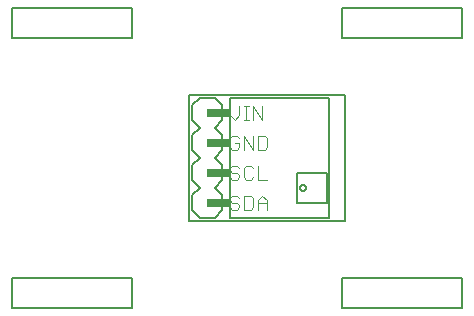
<source format=gto>
G75*
%MOIN*%
%OFA0B0*%
%FSLAX25Y25*%
%IPPOS*%
%LPD*%
%AMOC8*
5,1,8,0,0,1.08239X$1,22.5*
%
%ADD10C,0.00500*%
%ADD11C,0.00400*%
%ADD12R,0.07500X0.02500*%
D10*
X0021800Y0008167D02*
X0061800Y0008167D01*
X0061800Y0018167D01*
X0021800Y0018167D01*
X0021800Y0008167D01*
X0080800Y0037167D02*
X0080800Y0079167D01*
X0132800Y0079167D01*
X0132800Y0037167D01*
X0080800Y0037167D01*
X0081800Y0040667D02*
X0084300Y0038167D01*
X0089300Y0038167D01*
X0091800Y0040667D01*
X0091800Y0045667D01*
X0089300Y0048167D01*
X0091800Y0050667D01*
X0091800Y0055667D01*
X0089300Y0058167D01*
X0091800Y0060667D01*
X0091800Y0065667D01*
X0089300Y0068167D01*
X0091800Y0070667D01*
X0091800Y0075667D01*
X0089300Y0078167D01*
X0084300Y0078167D01*
X0081800Y0075667D01*
X0081800Y0070667D01*
X0084300Y0068167D01*
X0081800Y0065667D01*
X0081800Y0060667D01*
X0084300Y0058167D01*
X0081800Y0055667D01*
X0081800Y0050667D01*
X0084300Y0048167D01*
X0081800Y0045667D01*
X0081800Y0040667D01*
X0094300Y0038167D02*
X0094300Y0078167D01*
X0127300Y0078167D01*
X0127300Y0038167D01*
X0094300Y0038167D01*
X0116800Y0043167D02*
X0116800Y0053167D01*
X0126800Y0053167D01*
X0126800Y0043167D01*
X0116800Y0043167D01*
X0117800Y0048167D02*
X0117802Y0048230D01*
X0117808Y0048292D01*
X0117818Y0048354D01*
X0117831Y0048416D01*
X0117849Y0048476D01*
X0117870Y0048535D01*
X0117895Y0048593D01*
X0117924Y0048649D01*
X0117956Y0048703D01*
X0117991Y0048755D01*
X0118029Y0048804D01*
X0118071Y0048852D01*
X0118115Y0048896D01*
X0118163Y0048938D01*
X0118212Y0048976D01*
X0118264Y0049011D01*
X0118318Y0049043D01*
X0118374Y0049072D01*
X0118432Y0049097D01*
X0118491Y0049118D01*
X0118551Y0049136D01*
X0118613Y0049149D01*
X0118675Y0049159D01*
X0118737Y0049165D01*
X0118800Y0049167D01*
X0118863Y0049165D01*
X0118925Y0049159D01*
X0118987Y0049149D01*
X0119049Y0049136D01*
X0119109Y0049118D01*
X0119168Y0049097D01*
X0119226Y0049072D01*
X0119282Y0049043D01*
X0119336Y0049011D01*
X0119388Y0048976D01*
X0119437Y0048938D01*
X0119485Y0048896D01*
X0119529Y0048852D01*
X0119571Y0048804D01*
X0119609Y0048755D01*
X0119644Y0048703D01*
X0119676Y0048649D01*
X0119705Y0048593D01*
X0119730Y0048535D01*
X0119751Y0048476D01*
X0119769Y0048416D01*
X0119782Y0048354D01*
X0119792Y0048292D01*
X0119798Y0048230D01*
X0119800Y0048167D01*
X0119798Y0048104D01*
X0119792Y0048042D01*
X0119782Y0047980D01*
X0119769Y0047918D01*
X0119751Y0047858D01*
X0119730Y0047799D01*
X0119705Y0047741D01*
X0119676Y0047685D01*
X0119644Y0047631D01*
X0119609Y0047579D01*
X0119571Y0047530D01*
X0119529Y0047482D01*
X0119485Y0047438D01*
X0119437Y0047396D01*
X0119388Y0047358D01*
X0119336Y0047323D01*
X0119282Y0047291D01*
X0119226Y0047262D01*
X0119168Y0047237D01*
X0119109Y0047216D01*
X0119049Y0047198D01*
X0118987Y0047185D01*
X0118925Y0047175D01*
X0118863Y0047169D01*
X0118800Y0047167D01*
X0118737Y0047169D01*
X0118675Y0047175D01*
X0118613Y0047185D01*
X0118551Y0047198D01*
X0118491Y0047216D01*
X0118432Y0047237D01*
X0118374Y0047262D01*
X0118318Y0047291D01*
X0118264Y0047323D01*
X0118212Y0047358D01*
X0118163Y0047396D01*
X0118115Y0047438D01*
X0118071Y0047482D01*
X0118029Y0047530D01*
X0117991Y0047579D01*
X0117956Y0047631D01*
X0117924Y0047685D01*
X0117895Y0047741D01*
X0117870Y0047799D01*
X0117849Y0047858D01*
X0117831Y0047918D01*
X0117818Y0047980D01*
X0117808Y0048042D01*
X0117802Y0048104D01*
X0117800Y0048167D01*
X0131800Y0018167D02*
X0171800Y0018167D01*
X0171800Y0008167D01*
X0131800Y0008167D01*
X0131800Y0018167D01*
X0131800Y0098167D02*
X0171800Y0098167D01*
X0171800Y0108167D01*
X0131800Y0108167D01*
X0131800Y0098167D01*
X0061800Y0098167D02*
X0021800Y0098167D01*
X0021800Y0108167D01*
X0061800Y0108167D01*
X0061800Y0098167D01*
D11*
X0094500Y0075471D02*
X0094500Y0072401D01*
X0096035Y0070867D01*
X0097569Y0072401D01*
X0097569Y0075471D01*
X0099104Y0075471D02*
X0100639Y0075471D01*
X0099871Y0075471D02*
X0099871Y0070867D01*
X0099104Y0070867D02*
X0100639Y0070867D01*
X0102173Y0070867D02*
X0102173Y0075471D01*
X0105242Y0070867D01*
X0105242Y0075471D01*
X0106010Y0065471D02*
X0103708Y0065471D01*
X0103708Y0060867D01*
X0106010Y0060867D01*
X0106777Y0061634D01*
X0106777Y0064703D01*
X0106010Y0065471D01*
X0102173Y0065471D02*
X0102173Y0060867D01*
X0099104Y0065471D01*
X0099104Y0060867D01*
X0097569Y0061634D02*
X0097569Y0063169D01*
X0096035Y0063169D01*
X0097569Y0064703D02*
X0096802Y0065471D01*
X0095267Y0065471D01*
X0094500Y0064703D01*
X0094500Y0061634D01*
X0095267Y0060867D01*
X0096802Y0060867D01*
X0097569Y0061634D01*
X0096802Y0055471D02*
X0095267Y0055471D01*
X0094500Y0054703D01*
X0094500Y0053936D01*
X0095267Y0053169D01*
X0096802Y0053169D01*
X0097569Y0052401D01*
X0097569Y0051634D01*
X0096802Y0050867D01*
X0095267Y0050867D01*
X0094500Y0051634D01*
X0097569Y0054703D02*
X0096802Y0055471D01*
X0099104Y0054703D02*
X0099104Y0051634D01*
X0099871Y0050867D01*
X0101406Y0050867D01*
X0102173Y0051634D01*
X0103708Y0050867D02*
X0106777Y0050867D01*
X0103708Y0050867D02*
X0103708Y0055471D01*
X0102173Y0054703D02*
X0101406Y0055471D01*
X0099871Y0055471D01*
X0099104Y0054703D01*
X0099104Y0045471D02*
X0101406Y0045471D01*
X0102173Y0044703D01*
X0102173Y0041634D01*
X0101406Y0040867D01*
X0099104Y0040867D01*
X0099104Y0045471D01*
X0097569Y0044703D02*
X0096802Y0045471D01*
X0095267Y0045471D01*
X0094500Y0044703D01*
X0094500Y0043936D01*
X0095267Y0043169D01*
X0096802Y0043169D01*
X0097569Y0042401D01*
X0097569Y0041634D01*
X0096802Y0040867D01*
X0095267Y0040867D01*
X0094500Y0041634D01*
X0103708Y0040867D02*
X0103708Y0043936D01*
X0105242Y0045471D01*
X0106777Y0043936D01*
X0106777Y0040867D01*
X0106777Y0043169D02*
X0103708Y0043169D01*
D12*
X0090550Y0043167D03*
X0090550Y0053167D03*
X0090550Y0063167D03*
X0090550Y0073167D03*
M02*

</source>
